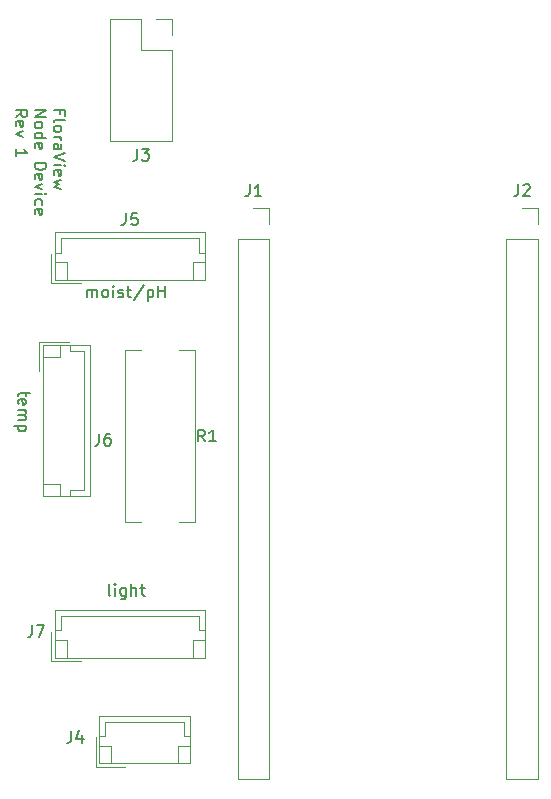
<source format=gbr>
%TF.GenerationSoftware,KiCad,Pcbnew,(6.0.2)*%
%TF.CreationDate,2022-03-10T14:49:54-08:00*%
%TF.ProjectId,node,6e6f6465-2e6b-4696-9361-645f70636258,rev?*%
%TF.SameCoordinates,Original*%
%TF.FileFunction,Legend,Top*%
%TF.FilePolarity,Positive*%
%FSLAX46Y46*%
G04 Gerber Fmt 4.6, Leading zero omitted, Abs format (unit mm)*
G04 Created by KiCad (PCBNEW (6.0.2)) date 2022-03-10 14:49:54*
%MOMM*%
%LPD*%
G01*
G04 APERTURE LIST*
%ADD10C,0.150000*%
%ADD11C,0.120000*%
G04 APERTURE END LIST*
D10*
X46686011Y-43856428D02*
X46686011Y-43523095D01*
X46162202Y-43523095D02*
X47162202Y-43523095D01*
X47162202Y-43999285D01*
X46162202Y-44523095D02*
X46209821Y-44427857D01*
X46305059Y-44380238D01*
X47162202Y-44380238D01*
X46162202Y-45046904D02*
X46209821Y-44951666D01*
X46257440Y-44904047D01*
X46352678Y-44856428D01*
X46638392Y-44856428D01*
X46733630Y-44904047D01*
X46781249Y-44951666D01*
X46828868Y-45046904D01*
X46828868Y-45189761D01*
X46781249Y-45285000D01*
X46733630Y-45332619D01*
X46638392Y-45380238D01*
X46352678Y-45380238D01*
X46257440Y-45332619D01*
X46209821Y-45285000D01*
X46162202Y-45189761D01*
X46162202Y-45046904D01*
X46162202Y-45808809D02*
X46828868Y-45808809D01*
X46638392Y-45808809D02*
X46733630Y-45856428D01*
X46781249Y-45904047D01*
X46828868Y-45999285D01*
X46828868Y-46094523D01*
X46162202Y-46856428D02*
X46686011Y-46856428D01*
X46781249Y-46808809D01*
X46828868Y-46713571D01*
X46828868Y-46523095D01*
X46781249Y-46427857D01*
X46209821Y-46856428D02*
X46162202Y-46761190D01*
X46162202Y-46523095D01*
X46209821Y-46427857D01*
X46305059Y-46380238D01*
X46400297Y-46380238D01*
X46495535Y-46427857D01*
X46543154Y-46523095D01*
X46543154Y-46761190D01*
X46590773Y-46856428D01*
X47162202Y-47189761D02*
X46162202Y-47523095D01*
X47162202Y-47856428D01*
X46162202Y-48189761D02*
X46828868Y-48189761D01*
X47162202Y-48189761D02*
X47114583Y-48142142D01*
X47066963Y-48189761D01*
X47114583Y-48237380D01*
X47162202Y-48189761D01*
X47066963Y-48189761D01*
X46209821Y-49046904D02*
X46162202Y-48951666D01*
X46162202Y-48761190D01*
X46209821Y-48665952D01*
X46305059Y-48618333D01*
X46686011Y-48618333D01*
X46781249Y-48665952D01*
X46828868Y-48761190D01*
X46828868Y-48951666D01*
X46781249Y-49046904D01*
X46686011Y-49094523D01*
X46590773Y-49094523D01*
X46495535Y-48618333D01*
X46828868Y-49427857D02*
X46162202Y-49618333D01*
X46638392Y-49808809D01*
X46162202Y-49999285D01*
X46828868Y-50189761D01*
X44552202Y-43523095D02*
X45552202Y-43523095D01*
X44552202Y-44094523D01*
X45552202Y-44094523D01*
X44552202Y-44713571D02*
X44599821Y-44618333D01*
X44647440Y-44570714D01*
X44742678Y-44523095D01*
X45028392Y-44523095D01*
X45123630Y-44570714D01*
X45171249Y-44618333D01*
X45218868Y-44713571D01*
X45218868Y-44856428D01*
X45171249Y-44951666D01*
X45123630Y-44999285D01*
X45028392Y-45046904D01*
X44742678Y-45046904D01*
X44647440Y-44999285D01*
X44599821Y-44951666D01*
X44552202Y-44856428D01*
X44552202Y-44713571D01*
X44552202Y-45904047D02*
X45552202Y-45904047D01*
X44599821Y-45904047D02*
X44552202Y-45808809D01*
X44552202Y-45618333D01*
X44599821Y-45523095D01*
X44647440Y-45475476D01*
X44742678Y-45427857D01*
X45028392Y-45427857D01*
X45123630Y-45475476D01*
X45171249Y-45523095D01*
X45218868Y-45618333D01*
X45218868Y-45808809D01*
X45171249Y-45904047D01*
X44599821Y-46761190D02*
X44552202Y-46665952D01*
X44552202Y-46475476D01*
X44599821Y-46380238D01*
X44695059Y-46332619D01*
X45076011Y-46332619D01*
X45171249Y-46380238D01*
X45218868Y-46475476D01*
X45218868Y-46665952D01*
X45171249Y-46761190D01*
X45076011Y-46808809D01*
X44980773Y-46808809D01*
X44885535Y-46332619D01*
X44552202Y-47999285D02*
X45552202Y-47999285D01*
X45552202Y-48237380D01*
X45504583Y-48380238D01*
X45409344Y-48475476D01*
X45314106Y-48523095D01*
X45123630Y-48570714D01*
X44980773Y-48570714D01*
X44790297Y-48523095D01*
X44695059Y-48475476D01*
X44599821Y-48380238D01*
X44552202Y-48237380D01*
X44552202Y-47999285D01*
X44599821Y-49380238D02*
X44552202Y-49285000D01*
X44552202Y-49094523D01*
X44599821Y-48999285D01*
X44695059Y-48951666D01*
X45076011Y-48951666D01*
X45171249Y-48999285D01*
X45218868Y-49094523D01*
X45218868Y-49285000D01*
X45171249Y-49380238D01*
X45076011Y-49427857D01*
X44980773Y-49427857D01*
X44885535Y-48951666D01*
X45218868Y-49761190D02*
X44552202Y-49999285D01*
X45218868Y-50237380D01*
X44552202Y-50618333D02*
X45218868Y-50618333D01*
X45552202Y-50618333D02*
X45504583Y-50570714D01*
X45456963Y-50618333D01*
X45504583Y-50665952D01*
X45552202Y-50618333D01*
X45456963Y-50618333D01*
X44599821Y-51523095D02*
X44552202Y-51427857D01*
X44552202Y-51237380D01*
X44599821Y-51142142D01*
X44647440Y-51094523D01*
X44742678Y-51046904D01*
X45028392Y-51046904D01*
X45123630Y-51094523D01*
X45171249Y-51142142D01*
X45218868Y-51237380D01*
X45218868Y-51427857D01*
X45171249Y-51523095D01*
X44599821Y-52332619D02*
X44552202Y-52237380D01*
X44552202Y-52046904D01*
X44599821Y-51951666D01*
X44695059Y-51904047D01*
X45076011Y-51904047D01*
X45171249Y-51951666D01*
X45218868Y-52046904D01*
X45218868Y-52237380D01*
X45171249Y-52332619D01*
X45076011Y-52380238D01*
X44980773Y-52380238D01*
X44885535Y-51904047D01*
X42942202Y-44094523D02*
X43418392Y-43761190D01*
X42942202Y-43523095D02*
X43942202Y-43523095D01*
X43942202Y-43904047D01*
X43894583Y-43999285D01*
X43846963Y-44046904D01*
X43751725Y-44094523D01*
X43608868Y-44094523D01*
X43513630Y-44046904D01*
X43466011Y-43999285D01*
X43418392Y-43904047D01*
X43418392Y-43523095D01*
X42989821Y-44904047D02*
X42942202Y-44808809D01*
X42942202Y-44618333D01*
X42989821Y-44523095D01*
X43085059Y-44475476D01*
X43466011Y-44475476D01*
X43561249Y-44523095D01*
X43608868Y-44618333D01*
X43608868Y-44808809D01*
X43561249Y-44904047D01*
X43466011Y-44951666D01*
X43370773Y-44951666D01*
X43275535Y-44475476D01*
X43608868Y-45285000D02*
X42942202Y-45523095D01*
X43608868Y-45761190D01*
X42942202Y-47427857D02*
X42942202Y-46856428D01*
X42942202Y-47142142D02*
X43942202Y-47142142D01*
X43799344Y-47046904D01*
X43704106Y-46951666D01*
X43656487Y-46856428D01*
X50980476Y-84619880D02*
X50885238Y-84572261D01*
X50837619Y-84477023D01*
X50837619Y-83619880D01*
X51361428Y-84619880D02*
X51361428Y-83953214D01*
X51361428Y-83619880D02*
X51313809Y-83667500D01*
X51361428Y-83715119D01*
X51409047Y-83667500D01*
X51361428Y-83619880D01*
X51361428Y-83715119D01*
X52266190Y-83953214D02*
X52266190Y-84762738D01*
X52218571Y-84857976D01*
X52170952Y-84905595D01*
X52075714Y-84953214D01*
X51932857Y-84953214D01*
X51837619Y-84905595D01*
X52266190Y-84572261D02*
X52170952Y-84619880D01*
X51980476Y-84619880D01*
X51885238Y-84572261D01*
X51837619Y-84524642D01*
X51790000Y-84429404D01*
X51790000Y-84143690D01*
X51837619Y-84048452D01*
X51885238Y-84000833D01*
X51980476Y-83953214D01*
X52170952Y-83953214D01*
X52266190Y-84000833D01*
X52742380Y-84619880D02*
X52742380Y-83619880D01*
X53170952Y-84619880D02*
X53170952Y-84096071D01*
X53123333Y-84000833D01*
X53028095Y-83953214D01*
X52885238Y-83953214D01*
X52790000Y-84000833D01*
X52742380Y-84048452D01*
X53504285Y-83953214D02*
X53885238Y-83953214D01*
X53647142Y-83619880D02*
X53647142Y-84477023D01*
X53694761Y-84572261D01*
X53789999Y-84619880D01*
X53885238Y-84619880D01*
X48980476Y-59382380D02*
X48980476Y-58715714D01*
X48980476Y-58810952D02*
X49028095Y-58763333D01*
X49123333Y-58715714D01*
X49266190Y-58715714D01*
X49361428Y-58763333D01*
X49409047Y-58858571D01*
X49409047Y-59382380D01*
X49409047Y-58858571D02*
X49456666Y-58763333D01*
X49551904Y-58715714D01*
X49694761Y-58715714D01*
X49790000Y-58763333D01*
X49837619Y-58858571D01*
X49837619Y-59382380D01*
X50456666Y-59382380D02*
X50361428Y-59334761D01*
X50313809Y-59287142D01*
X50266190Y-59191904D01*
X50266190Y-58906190D01*
X50313809Y-58810952D01*
X50361428Y-58763333D01*
X50456666Y-58715714D01*
X50599523Y-58715714D01*
X50694761Y-58763333D01*
X50742380Y-58810952D01*
X50790000Y-58906190D01*
X50790000Y-59191904D01*
X50742380Y-59287142D01*
X50694761Y-59334761D01*
X50599523Y-59382380D01*
X50456666Y-59382380D01*
X51218571Y-59382380D02*
X51218571Y-58715714D01*
X51218571Y-58382380D02*
X51170952Y-58430000D01*
X51218571Y-58477619D01*
X51266190Y-58430000D01*
X51218571Y-58382380D01*
X51218571Y-58477619D01*
X51647142Y-59334761D02*
X51742380Y-59382380D01*
X51932857Y-59382380D01*
X52028095Y-59334761D01*
X52075714Y-59239523D01*
X52075714Y-59191904D01*
X52028095Y-59096666D01*
X51932857Y-59049047D01*
X51790000Y-59049047D01*
X51694761Y-59001428D01*
X51647142Y-58906190D01*
X51647142Y-58858571D01*
X51694761Y-58763333D01*
X51790000Y-58715714D01*
X51932857Y-58715714D01*
X52028095Y-58763333D01*
X52361428Y-58715714D02*
X52742380Y-58715714D01*
X52504285Y-58382380D02*
X52504285Y-59239523D01*
X52551904Y-59334761D01*
X52647142Y-59382380D01*
X52742380Y-59382380D01*
X53790000Y-58334761D02*
X52932857Y-59620476D01*
X54123333Y-58715714D02*
X54123333Y-59715714D01*
X54123333Y-58763333D02*
X54218571Y-58715714D01*
X54409047Y-58715714D01*
X54504285Y-58763333D01*
X54551904Y-58810952D01*
X54599523Y-58906190D01*
X54599523Y-59191904D01*
X54551904Y-59287142D01*
X54504285Y-59334761D01*
X54409047Y-59382380D01*
X54218571Y-59382380D01*
X54123333Y-59334761D01*
X55028095Y-59382380D02*
X55028095Y-58382380D01*
X55028095Y-58858571D02*
X55599523Y-58858571D01*
X55599523Y-59382380D02*
X55599523Y-58382380D01*
X43814285Y-67351904D02*
X43814285Y-67732857D01*
X44147619Y-67494761D02*
X43290476Y-67494761D01*
X43195238Y-67542380D01*
X43147619Y-67637619D01*
X43147619Y-67732857D01*
X43195238Y-68447142D02*
X43147619Y-68351904D01*
X43147619Y-68161428D01*
X43195238Y-68066190D01*
X43290476Y-68018571D01*
X43671428Y-68018571D01*
X43766666Y-68066190D01*
X43814285Y-68161428D01*
X43814285Y-68351904D01*
X43766666Y-68447142D01*
X43671428Y-68494761D01*
X43576190Y-68494761D01*
X43480952Y-68018571D01*
X43147619Y-68923333D02*
X43814285Y-68923333D01*
X43719047Y-68923333D02*
X43766666Y-68970952D01*
X43814285Y-69066190D01*
X43814285Y-69209047D01*
X43766666Y-69304285D01*
X43671428Y-69351904D01*
X43147619Y-69351904D01*
X43671428Y-69351904D02*
X43766666Y-69399523D01*
X43814285Y-69494761D01*
X43814285Y-69637619D01*
X43766666Y-69732857D01*
X43671428Y-69780476D01*
X43147619Y-69780476D01*
X43814285Y-70256666D02*
X42814285Y-70256666D01*
X43766666Y-70256666D02*
X43814285Y-70351904D01*
X43814285Y-70542380D01*
X43766666Y-70637619D01*
X43719047Y-70685238D01*
X43623809Y-70732857D01*
X43338095Y-70732857D01*
X43242857Y-70685238D01*
X43195238Y-70637619D01*
X43147619Y-70542380D01*
X43147619Y-70351904D01*
X43195238Y-70256666D01*
%TO.C,J2*%
X85492066Y-49809880D02*
X85492066Y-50524166D01*
X85444447Y-50667023D01*
X85349209Y-50762261D01*
X85206352Y-50809880D01*
X85111114Y-50809880D01*
X85920638Y-49905119D02*
X85968257Y-49857500D01*
X86063495Y-49809880D01*
X86301590Y-49809880D01*
X86396828Y-49857500D01*
X86444447Y-49905119D01*
X86492066Y-50000357D01*
X86492066Y-50095595D01*
X86444447Y-50238452D01*
X85873019Y-50809880D01*
X86492066Y-50809880D01*
%TO.C,J4*%
X47666666Y-96089880D02*
X47666666Y-96804166D01*
X47619047Y-96947023D01*
X47523809Y-97042261D01*
X47380952Y-97089880D01*
X47285714Y-97089880D01*
X48571428Y-96423214D02*
X48571428Y-97089880D01*
X48333333Y-96042261D02*
X48095238Y-96756547D01*
X48714285Y-96756547D01*
%TO.C,J1*%
X62752084Y-49809880D02*
X62752084Y-50524166D01*
X62704465Y-50667023D01*
X62609227Y-50762261D01*
X62466370Y-50809880D01*
X62371132Y-50809880D01*
X63752084Y-50809880D02*
X63180656Y-50809880D01*
X63466370Y-50809880D02*
X63466370Y-49809880D01*
X63371132Y-49952738D01*
X63275894Y-50047976D01*
X63180656Y-50095595D01*
%TO.C,R1*%
X58967916Y-71579880D02*
X58634583Y-71103690D01*
X58396487Y-71579880D02*
X58396487Y-70579880D01*
X58777440Y-70579880D01*
X58872678Y-70627500D01*
X58920297Y-70675119D01*
X58967916Y-70770357D01*
X58967916Y-70913214D01*
X58920297Y-71008452D01*
X58872678Y-71056071D01*
X58777440Y-71103690D01*
X58396487Y-71103690D01*
X59920297Y-71579880D02*
X59348868Y-71579880D01*
X59634583Y-71579880D02*
X59634583Y-70579880D01*
X59539344Y-70722738D01*
X59444106Y-70817976D01*
X59348868Y-70865595D01*
%TO.C,J5*%
X52291249Y-52239880D02*
X52291249Y-52954166D01*
X52243630Y-53097023D01*
X52148392Y-53192261D01*
X52005535Y-53239880D01*
X51910297Y-53239880D01*
X53243630Y-52239880D02*
X52767440Y-52239880D01*
X52719821Y-52716071D01*
X52767440Y-52668452D01*
X52862678Y-52620833D01*
X53100773Y-52620833D01*
X53196011Y-52668452D01*
X53243630Y-52716071D01*
X53291249Y-52811309D01*
X53291249Y-53049404D01*
X53243630Y-53144642D01*
X53196011Y-53192261D01*
X53100773Y-53239880D01*
X52862678Y-53239880D01*
X52767440Y-53192261D01*
X52719821Y-53144642D01*
%TO.C,J6*%
X50011249Y-70919880D02*
X50011249Y-71634166D01*
X49963630Y-71777023D01*
X49868392Y-71872261D01*
X49725535Y-71919880D01*
X49630297Y-71919880D01*
X50916011Y-70919880D02*
X50725535Y-70919880D01*
X50630297Y-70967500D01*
X50582678Y-71015119D01*
X50487440Y-71157976D01*
X50439821Y-71348452D01*
X50439821Y-71729404D01*
X50487440Y-71824642D01*
X50535059Y-71872261D01*
X50630297Y-71919880D01*
X50820773Y-71919880D01*
X50916011Y-71872261D01*
X50963630Y-71824642D01*
X51011249Y-71729404D01*
X51011249Y-71491309D01*
X50963630Y-71396071D01*
X50916011Y-71348452D01*
X50820773Y-71300833D01*
X50630297Y-71300833D01*
X50535059Y-71348452D01*
X50487440Y-71396071D01*
X50439821Y-71491309D01*
%TO.C,J7*%
X44336666Y-87139880D02*
X44336666Y-87854166D01*
X44289047Y-87997023D01*
X44193809Y-88092261D01*
X44050952Y-88139880D01*
X43955714Y-88139880D01*
X44717619Y-87139880D02*
X45384285Y-87139880D01*
X44955714Y-88139880D01*
%TO.C,J3*%
X53246666Y-46789880D02*
X53246666Y-47504166D01*
X53199047Y-47647023D01*
X53103809Y-47742261D01*
X52960952Y-47789880D01*
X52865714Y-47789880D01*
X53627619Y-46789880D02*
X54246666Y-46789880D01*
X53913333Y-47170833D01*
X54056190Y-47170833D01*
X54151428Y-47218452D01*
X54199047Y-47266071D01*
X54246666Y-47361309D01*
X54246666Y-47599404D01*
X54199047Y-47694642D01*
X54151428Y-47742261D01*
X54056190Y-47789880D01*
X53770476Y-47789880D01*
X53675238Y-47742261D01*
X53627619Y-47694642D01*
D11*
%TO.C,J2*%
X84495400Y-54397500D02*
X87155400Y-54397500D01*
X84495400Y-54397500D02*
X84495400Y-100177500D01*
X87155400Y-54397500D02*
X87155400Y-100177500D01*
X87155400Y-51797500D02*
X87155400Y-53127500D01*
X84495400Y-100177500D02*
X87155400Y-100177500D01*
X85825400Y-51797500D02*
X87155400Y-51797500D01*
%TO.C,J4*%
X50014583Y-97337500D02*
X51014583Y-97337500D01*
X51014583Y-97337500D02*
X51014583Y-98837500D01*
X50014583Y-98837500D02*
X57734583Y-98837500D01*
X50014583Y-96527500D02*
X50514583Y-96527500D01*
X57234583Y-96527500D02*
X57734583Y-96527500D01*
X49714583Y-96637500D02*
X49714583Y-99137500D01*
X57734583Y-94817500D02*
X50014583Y-94817500D01*
X50514583Y-95317500D02*
X57234583Y-95317500D01*
X57734583Y-98837500D02*
X57734583Y-94817500D01*
X49714583Y-99137500D02*
X52214583Y-99137500D01*
X57734583Y-97337500D02*
X56734583Y-97337500D01*
X50014583Y-94817500D02*
X50014583Y-98837500D01*
X50514583Y-96527500D02*
X50514583Y-95317500D01*
X57234583Y-95317500D02*
X57234583Y-96527500D01*
X56734583Y-97337500D02*
X56734583Y-98837500D01*
%TO.C,J1*%
X64415418Y-54397500D02*
X64415418Y-100177500D01*
X61755418Y-54397500D02*
X64415418Y-54397500D01*
X61755418Y-54397500D02*
X61755418Y-100177500D01*
X64415418Y-51797500D02*
X64415418Y-53127500D01*
X61755418Y-100177500D02*
X64415418Y-100177500D01*
X63085418Y-51797500D02*
X64415418Y-51797500D01*
%TO.C,R1*%
X58134583Y-78397500D02*
X56804583Y-78397500D01*
X56804583Y-63857500D02*
X58134583Y-63857500D01*
X52194583Y-78397500D02*
X53524583Y-78397500D01*
X52194583Y-63857500D02*
X52194583Y-78397500D01*
X53524583Y-63857500D02*
X52194583Y-63857500D01*
X58134583Y-63857500D02*
X58134583Y-78397500D01*
%TO.C,J5*%
X47264583Y-56397500D02*
X47264583Y-57897500D01*
X45964583Y-58197500D02*
X48464583Y-58197500D01*
X46264583Y-53877500D02*
X46264583Y-57897500D01*
X57984583Y-56397500D02*
X57984583Y-57897500D01*
X46764583Y-54377500D02*
X58484583Y-54377500D01*
X45964583Y-55697500D02*
X45964583Y-58197500D01*
X58984583Y-53877500D02*
X46264583Y-53877500D01*
X46764583Y-55587500D02*
X46764583Y-54377500D01*
X58984583Y-57897500D02*
X58984583Y-53877500D01*
X46264583Y-56397500D02*
X47264583Y-56397500D01*
X58484583Y-55587500D02*
X58984583Y-55587500D01*
X46264583Y-57897500D02*
X58984583Y-57897500D01*
X58984583Y-56397500D02*
X57984583Y-56397500D01*
X46264583Y-55587500D02*
X46764583Y-55587500D01*
X58484583Y-54377500D02*
X58484583Y-55587500D01*
%TO.C,J6*%
X47544583Y-63937500D02*
X48754583Y-63937500D01*
X49254583Y-63437500D02*
X45234583Y-63437500D01*
X46734583Y-64437500D02*
X45234583Y-64437500D01*
X46734583Y-75157500D02*
X45234583Y-75157500D01*
X48754583Y-75657500D02*
X47544583Y-75657500D01*
X47544583Y-75657500D02*
X47544583Y-76157500D01*
X47434583Y-63137500D02*
X44934583Y-63137500D01*
X48754583Y-63937500D02*
X48754583Y-75657500D01*
X47544583Y-63437500D02*
X47544583Y-63937500D01*
X46734583Y-63437500D02*
X46734583Y-64437500D01*
X45234583Y-76157500D02*
X49254583Y-76157500D01*
X45234583Y-63437500D02*
X45234583Y-76157500D01*
X49254583Y-76157500D02*
X49254583Y-63437500D01*
X44934583Y-63137500D02*
X44934583Y-65637500D01*
X46734583Y-76157500D02*
X46734583Y-75157500D01*
%TO.C,J7*%
X46264583Y-85867500D02*
X46264583Y-89887500D01*
X58984583Y-88387500D02*
X57984583Y-88387500D01*
X58984583Y-85867500D02*
X46264583Y-85867500D01*
X46264583Y-87577500D02*
X46764583Y-87577500D01*
X45964583Y-90187500D02*
X48464583Y-90187500D01*
X58984583Y-89887500D02*
X58984583Y-85867500D01*
X58484583Y-87577500D02*
X58984583Y-87577500D01*
X46764583Y-86367500D02*
X58484583Y-86367500D01*
X46764583Y-87577500D02*
X46764583Y-86367500D01*
X47264583Y-88387500D02*
X47264583Y-89887500D01*
X58484583Y-86367500D02*
X58484583Y-87577500D01*
X45964583Y-87687500D02*
X45964583Y-90187500D01*
X46264583Y-89887500D02*
X58984583Y-89887500D01*
X57984583Y-88387500D02*
X57984583Y-89887500D01*
X46264583Y-88387500D02*
X47264583Y-88387500D01*
%TO.C,J3*%
X56180000Y-35847500D02*
X56180000Y-37177500D01*
X50980000Y-46127500D02*
X56180000Y-46127500D01*
X53580000Y-35847500D02*
X53580000Y-38447500D01*
X56180000Y-38447500D02*
X56180000Y-46127500D01*
X54850000Y-35847500D02*
X56180000Y-35847500D01*
X50980000Y-35847500D02*
X50980000Y-46127500D01*
X53580000Y-38447500D02*
X56180000Y-38447500D01*
X50980000Y-35847500D02*
X53580000Y-35847500D01*
%TD*%
M02*

</source>
